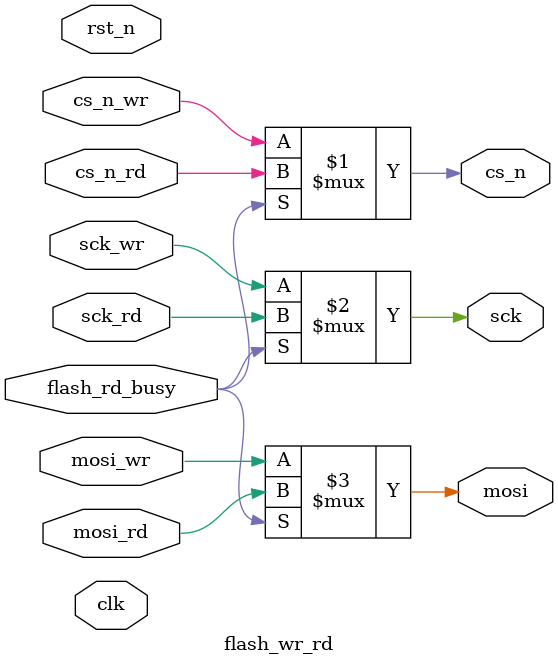
<source format=v>
module flash_wr_rd(
	//输入信号
	input				clk,
	input				rst_n,
	input				flash_rd_busy,
	//输入flash_wr模块的spi控制信号
	input				cs_n_wr,				
	input				sck_wr,
	input				mosi_wr,
	//输入flash_rd模块的spi控制信号
	input				cs_n_rd,
	input				sck_rd,
	input				mosi_rd,
	//输出FPAG给spi_flash的控制信号
	output				cs_n,
	output				sck,
	output				mosi
);
//如果检测到读按键按下，进入读忙碌状态，待写入Flash中的数据全部读出，退出读忙碌状态
//在读忙碌状态下，FPGA选择flash_rd模块的spi控制信号输出，否则，输出flash_wr模块的spi控制信号
assign cs_n	=	flash_rd_busy ? cs_n_rd : cs_n_wr; 
assign sck	=	flash_rd_busy ? sck_rd  : sck_wr;
assign mosi	=	flash_rd_busy ? mosi_rd : mosi_wr;
	 		
endmodule 
</source>
